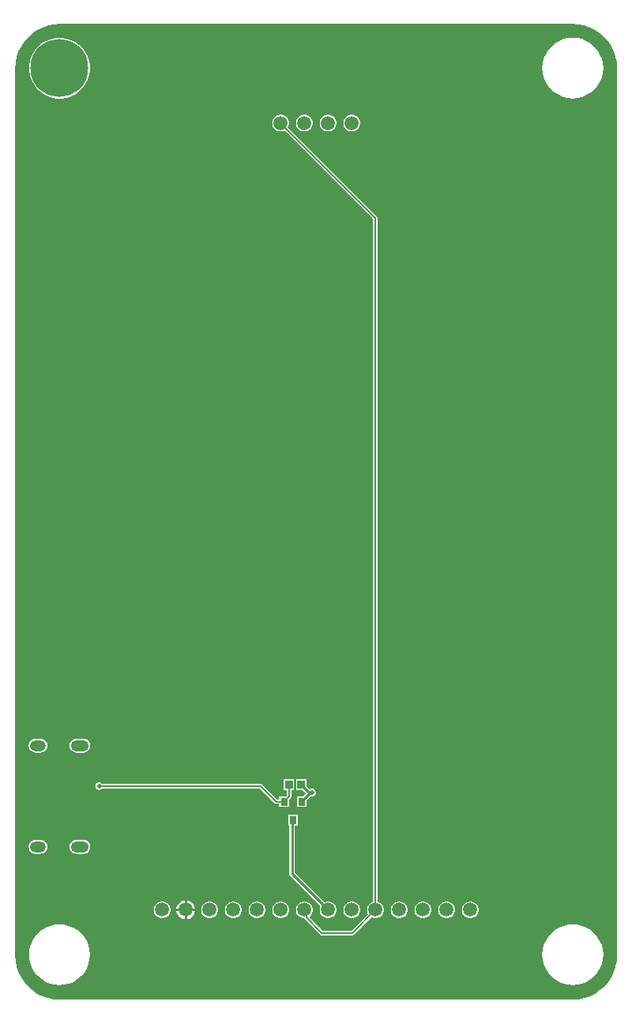
<source format=gbl>
G04*
G04 #@! TF.GenerationSoftware,Altium Limited,Altium Designer,22.11.1 (43)*
G04*
G04 Layer_Physical_Order=2*
G04 Layer_Color=16711680*
%FSLAX25Y25*%
%MOIN*%
G70*
G04*
G04 #@! TF.SameCoordinates,8BDD2EE9-0402-4EC3-B23A-748342CE0BFB*
G04*
G04*
G04 #@! TF.FilePolarity,Positive*
G04*
G01*
G75*
%ADD11C,0.01000*%
%ADD14C,0.00600*%
%ADD23R,0.03347X0.03740*%
%ADD40C,0.05906*%
%ADD41O,0.07480X0.04724*%
%ADD42O,0.06693X0.04724*%
%ADD43C,0.24410*%
%ADD44C,0.01968*%
%ADD45R,0.03150X0.03543*%
G36*
X238673Y412120D02*
X241082Y411641D01*
X243408Y410851D01*
X245612Y409765D01*
X247654Y408400D01*
X249501Y406780D01*
X251121Y404934D01*
X252485Y402891D01*
X253572Y400688D01*
X254362Y398362D01*
X254841Y395952D01*
X254999Y393530D01*
X254994Y393501D01*
Y19484D01*
X254999Y19455D01*
X254841Y17033D01*
X254362Y14624D01*
X253572Y12297D01*
X252485Y10094D01*
X251121Y8052D01*
X249501Y6205D01*
X247654Y4585D01*
X245612Y3220D01*
X243408Y2134D01*
X241082Y1344D01*
X238673Y865D01*
X236251Y706D01*
X236222Y712D01*
X19685D01*
X19656Y706D01*
X17234Y865D01*
X14824Y1344D01*
X12498Y2134D01*
X10295Y3220D01*
X8252Y4585D01*
X6406Y6205D01*
X4786Y8052D01*
X3421Y10094D01*
X2335Y12297D01*
X1545Y14624D01*
X1066Y17033D01*
X907Y19455D01*
X913Y19484D01*
Y393501D01*
X907Y393530D01*
X1066Y395952D01*
X1545Y398362D01*
X2335Y400688D01*
X3421Y402891D01*
X4786Y404934D01*
X6406Y406780D01*
X8252Y408400D01*
X10295Y409765D01*
X12498Y410851D01*
X14824Y411641D01*
X17234Y412120D01*
X19656Y412279D01*
X19685Y412273D01*
X236222D01*
X236251Y412279D01*
X238673Y412120D01*
D02*
G37*
%LPC*%
G36*
X20693Y406505D02*
X18677D01*
X16687Y406190D01*
X14770Y405567D01*
X12974Y404652D01*
X11343Y403468D01*
X9918Y402042D01*
X8733Y400412D01*
X7818Y398616D01*
X7196Y396699D01*
X6880Y394708D01*
Y392693D01*
X7196Y390702D01*
X7818Y388786D01*
X8733Y386990D01*
X9918Y385359D01*
X11343Y383934D01*
X12974Y382749D01*
X14770Y381834D01*
X16687Y381211D01*
X18677Y380896D01*
X20693D01*
X22683Y381211D01*
X24600Y381834D01*
X26396Y382749D01*
X28027Y383934D01*
X29452Y385359D01*
X30637Y386990D01*
X31552Y388786D01*
X32175Y390702D01*
X32490Y392693D01*
Y394708D01*
X32175Y396699D01*
X31552Y398616D01*
X30637Y400412D01*
X29452Y402042D01*
X28027Y403468D01*
X26396Y404652D01*
X24600Y405567D01*
X22683Y406190D01*
X20693Y406505D01*
D02*
G37*
G36*
X236221Y406545D02*
X234211Y406387D01*
X232251Y405916D01*
X230389Y405145D01*
X228671Y404092D01*
X227138Y402783D01*
X225829Y401251D01*
X224776Y399532D01*
X224005Y397670D01*
X223534Y395710D01*
X223376Y393701D01*
X223534Y391691D01*
X224005Y389732D01*
X224776Y387870D01*
X225829Y386151D01*
X227138Y384618D01*
X228671Y383310D01*
X230389Y382256D01*
X232251Y381485D01*
X234211Y381015D01*
X236221Y380856D01*
X238230Y381015D01*
X240190Y381485D01*
X242052Y382256D01*
X243770Y383310D01*
X245303Y384618D01*
X246612Y386151D01*
X247665Y387870D01*
X248436Y389732D01*
X248907Y391691D01*
X249065Y393701D01*
X248907Y395710D01*
X248436Y397670D01*
X247665Y399532D01*
X246612Y401251D01*
X245303Y402783D01*
X243770Y404092D01*
X242052Y405145D01*
X240190Y405916D01*
X238230Y406387D01*
X236221Y406545D01*
D02*
G37*
G36*
X143419Y374022D02*
X142483D01*
X141580Y373780D01*
X140770Y373312D01*
X140108Y372651D01*
X139640Y371841D01*
X139398Y370937D01*
Y370002D01*
X139640Y369098D01*
X140108Y368288D01*
X140770Y367627D01*
X141580Y367159D01*
X142483Y366917D01*
X143419D01*
X144323Y367159D01*
X145133Y367627D01*
X145794Y368288D01*
X146262Y369098D01*
X146504Y370002D01*
Y370937D01*
X146262Y371841D01*
X145794Y372651D01*
X145133Y373312D01*
X144323Y373780D01*
X143419Y374022D01*
D02*
G37*
G36*
X133419D02*
X132483D01*
X131580Y373780D01*
X130770Y373312D01*
X130108Y372651D01*
X129640Y371841D01*
X129398Y370937D01*
Y370002D01*
X129640Y369098D01*
X130108Y368288D01*
X130770Y367627D01*
X131580Y367159D01*
X132483Y366917D01*
X133419D01*
X134323Y367159D01*
X135133Y367627D01*
X135794Y368288D01*
X136262Y369098D01*
X136504Y370002D01*
Y370937D01*
X136262Y371841D01*
X135794Y372651D01*
X135133Y373312D01*
X134323Y373780D01*
X133419Y374022D01*
D02*
G37*
G36*
X123419D02*
X122483D01*
X121580Y373780D01*
X120770Y373312D01*
X120108Y372651D01*
X119641Y371841D01*
X119398Y370937D01*
Y370002D01*
X119641Y369098D01*
X120108Y368288D01*
X120770Y367627D01*
X121580Y367159D01*
X122483Y366917D01*
X123419D01*
X124322Y367159D01*
X125133Y367627D01*
X125794Y368288D01*
X126262Y369098D01*
X126504Y370002D01*
Y370937D01*
X126262Y371841D01*
X125794Y372651D01*
X125133Y373312D01*
X124322Y373780D01*
X123419Y374022D01*
D02*
G37*
G36*
X29693Y110846D02*
X26937D01*
X26164Y110744D01*
X25443Y110446D01*
X24824Y109971D01*
X24350Y109352D01*
X24051Y108632D01*
X23949Y107858D01*
X24051Y107085D01*
X24350Y106364D01*
X24824Y105746D01*
X25443Y105271D01*
X26164Y104972D01*
X26937Y104870D01*
X29693D01*
X30466Y104972D01*
X31187Y105271D01*
X31806Y105746D01*
X32280Y106364D01*
X32579Y107085D01*
X32681Y107858D01*
X32579Y108632D01*
X32280Y109352D01*
X31806Y109971D01*
X31187Y110446D01*
X30466Y110744D01*
X29693Y110846D01*
D02*
G37*
G36*
X11583D02*
X9614D01*
X8841Y110744D01*
X8120Y110446D01*
X7502Y109971D01*
X7027Y109352D01*
X6728Y108632D01*
X6626Y107858D01*
X6728Y107085D01*
X7027Y106364D01*
X7502Y105746D01*
X8120Y105271D01*
X8841Y104972D01*
X9614Y104870D01*
X11583D01*
X12356Y104972D01*
X13077Y105271D01*
X13695Y105746D01*
X14170Y106364D01*
X14469Y107085D01*
X14570Y107858D01*
X14469Y108632D01*
X14170Y109352D01*
X13695Y109971D01*
X13077Y110446D01*
X12356Y110744D01*
X11583Y110846D01*
D02*
G37*
G36*
X123816Y93870D02*
X119469D01*
Y89130D01*
X122230D01*
X123657Y87702D01*
X122425Y86470D01*
X119861D01*
Y81927D01*
X124011D01*
Y84884D01*
X125662Y86535D01*
X125947Y86417D01*
X126577D01*
X127158Y86658D01*
X127603Y87103D01*
X127845Y87685D01*
Y88315D01*
X127603Y88897D01*
X127158Y89342D01*
X126577Y89583D01*
X125947D01*
X125365Y89342D01*
X124946Y89586D01*
X123816Y90716D01*
Y93870D01*
D02*
G37*
G36*
X118698D02*
X114351D01*
Y89130D01*
X115607D01*
Y86844D01*
X115233Y86470D01*
X112381D01*
Y85116D01*
X111560D01*
X105291Y91385D01*
X104993Y91584D01*
X104642Y91654D01*
X37706D01*
X37282Y92078D01*
X36701Y92319D01*
X36071D01*
X35489Y92078D01*
X35044Y91632D01*
X34803Y91051D01*
Y90421D01*
X35044Y89839D01*
X35489Y89394D01*
X36071Y89153D01*
X36701D01*
X37282Y89394D01*
X37706Y89818D01*
X104262D01*
X110531Y83549D01*
X110829Y83350D01*
X111180Y83280D01*
X112381D01*
Y81927D01*
X116531D01*
Y85172D01*
X117173Y85815D01*
X117372Y86112D01*
X117442Y86464D01*
Y89130D01*
X118698D01*
Y93870D01*
D02*
G37*
G36*
X29693Y68129D02*
X26937D01*
X26164Y68028D01*
X25443Y67729D01*
X24824Y67254D01*
X24350Y66636D01*
X24051Y65915D01*
X23949Y65142D01*
X24051Y64368D01*
X24350Y63648D01*
X24824Y63029D01*
X25443Y62554D01*
X26164Y62256D01*
X26937Y62154D01*
X29693D01*
X30466Y62256D01*
X31187Y62554D01*
X31806Y63029D01*
X32280Y63648D01*
X32579Y64368D01*
X32681Y65142D01*
X32579Y65915D01*
X32280Y66636D01*
X31806Y67254D01*
X31187Y67729D01*
X30466Y68028D01*
X29693Y68129D01*
D02*
G37*
G36*
X11583D02*
X9614D01*
X8841Y68028D01*
X8120Y67729D01*
X7502Y67254D01*
X7027Y66636D01*
X6728Y65915D01*
X6626Y65142D01*
X6728Y64368D01*
X7027Y63648D01*
X7502Y63029D01*
X8120Y62554D01*
X8841Y62256D01*
X9614Y62154D01*
X11583D01*
X12356Y62256D01*
X13077Y62554D01*
X13695Y63029D01*
X14170Y63648D01*
X14469Y64368D01*
X14570Y65142D01*
X14469Y65915D01*
X14170Y66636D01*
X13695Y67254D01*
X13077Y67729D01*
X12356Y68028D01*
X11583Y68129D01*
D02*
G37*
G36*
X73472Y42534D02*
X73451D01*
Y39081D01*
X76904D01*
Y39101D01*
X76635Y40106D01*
X76114Y41008D01*
X75378Y41744D01*
X74477Y42264D01*
X73472Y42534D01*
D02*
G37*
G36*
X72451D02*
X72431D01*
X71425Y42264D01*
X70524Y41744D01*
X69788Y41008D01*
X69268Y40106D01*
X68998Y39101D01*
Y39081D01*
X72451D01*
Y42534D01*
D02*
G37*
G36*
X193419Y42134D02*
X192483D01*
X191580Y41892D01*
X190770Y41424D01*
X190108Y40762D01*
X189640Y39952D01*
X189398Y39049D01*
Y38113D01*
X189640Y37209D01*
X190108Y36399D01*
X190770Y35738D01*
X191580Y35270D01*
X192483Y35028D01*
X193419D01*
X194323Y35270D01*
X195133Y35738D01*
X195794Y36399D01*
X196262Y37209D01*
X196504Y38113D01*
Y39049D01*
X196262Y39952D01*
X195794Y40762D01*
X195133Y41424D01*
X194323Y41892D01*
X193419Y42134D01*
D02*
G37*
G36*
X183419D02*
X182483D01*
X181580Y41892D01*
X180770Y41424D01*
X180108Y40762D01*
X179640Y39952D01*
X179398Y39049D01*
Y38113D01*
X179640Y37209D01*
X180108Y36399D01*
X180770Y35738D01*
X181580Y35270D01*
X182483Y35028D01*
X183419D01*
X184323Y35270D01*
X185133Y35738D01*
X185794Y36399D01*
X186262Y37209D01*
X186504Y38113D01*
Y39049D01*
X186262Y39952D01*
X185794Y40762D01*
X185133Y41424D01*
X184323Y41892D01*
X183419Y42134D01*
D02*
G37*
G36*
X173419D02*
X172483D01*
X171580Y41892D01*
X170770Y41424D01*
X170108Y40762D01*
X169641Y39952D01*
X169398Y39049D01*
Y38113D01*
X169641Y37209D01*
X170108Y36399D01*
X170770Y35738D01*
X171580Y35270D01*
X172483Y35028D01*
X173419D01*
X174322Y35270D01*
X175133Y35738D01*
X175794Y36399D01*
X176262Y37209D01*
X176504Y38113D01*
Y39049D01*
X176262Y39952D01*
X175794Y40762D01*
X175133Y41424D01*
X174322Y41892D01*
X173419Y42134D01*
D02*
G37*
G36*
X163419D02*
X162483D01*
X161580Y41892D01*
X160770Y41424D01*
X160108Y40762D01*
X159641Y39952D01*
X159398Y39049D01*
Y38113D01*
X159641Y37209D01*
X160108Y36399D01*
X160770Y35738D01*
X161580Y35270D01*
X162483Y35028D01*
X163419D01*
X164322Y35270D01*
X165133Y35738D01*
X165794Y36399D01*
X166262Y37209D01*
X166504Y38113D01*
Y39049D01*
X166262Y39952D01*
X165794Y40762D01*
X165133Y41424D01*
X164322Y41892D01*
X163419Y42134D01*
D02*
G37*
G36*
X143419D02*
X142483D01*
X141580Y41892D01*
X140770Y41424D01*
X140108Y40762D01*
X139640Y39952D01*
X139398Y39049D01*
Y38113D01*
X139640Y37209D01*
X140108Y36399D01*
X140770Y35738D01*
X141580Y35270D01*
X142483Y35028D01*
X143419D01*
X144323Y35270D01*
X145133Y35738D01*
X145794Y36399D01*
X146262Y37209D01*
X146504Y38113D01*
Y39049D01*
X146262Y39952D01*
X145794Y40762D01*
X145133Y41424D01*
X144323Y41892D01*
X143419Y42134D01*
D02*
G37*
G36*
X120271Y78596D02*
X116121D01*
Y74053D01*
X116620D01*
Y72877D01*
Y53790D01*
X116620Y53790D01*
X116706Y53361D01*
X116949Y52997D01*
X129770Y40176D01*
X129640Y39952D01*
X129398Y39049D01*
Y38113D01*
X129640Y37209D01*
X130108Y36399D01*
X130770Y35738D01*
X131580Y35270D01*
X132483Y35028D01*
X133419D01*
X134323Y35270D01*
X135133Y35738D01*
X135794Y36399D01*
X136262Y37209D01*
X136504Y38113D01*
Y39049D01*
X136262Y39952D01*
X135794Y40762D01*
X135133Y41424D01*
X134323Y41892D01*
X133419Y42134D01*
X132483D01*
X131580Y41892D01*
X131356Y41762D01*
X118863Y54255D01*
Y72877D01*
Y74053D01*
X120271D01*
Y78596D01*
D02*
G37*
G36*
X113419Y42134D02*
X112483D01*
X111580Y41892D01*
X110770Y41424D01*
X110108Y40762D01*
X109641Y39952D01*
X109398Y39049D01*
Y38113D01*
X109641Y37209D01*
X110108Y36399D01*
X110770Y35738D01*
X111580Y35270D01*
X112483Y35028D01*
X113419D01*
X114322Y35270D01*
X115133Y35738D01*
X115794Y36399D01*
X116262Y37209D01*
X116504Y38113D01*
Y39049D01*
X116262Y39952D01*
X115794Y40762D01*
X115133Y41424D01*
X114322Y41892D01*
X113419Y42134D01*
D02*
G37*
G36*
X103419D02*
X102483D01*
X101580Y41892D01*
X100770Y41424D01*
X100108Y40762D01*
X99641Y39952D01*
X99398Y39049D01*
Y38113D01*
X99641Y37209D01*
X100108Y36399D01*
X100770Y35738D01*
X101580Y35270D01*
X102483Y35028D01*
X103419D01*
X104323Y35270D01*
X105133Y35738D01*
X105794Y36399D01*
X106262Y37209D01*
X106504Y38113D01*
Y39049D01*
X106262Y39952D01*
X105794Y40762D01*
X105133Y41424D01*
X104323Y41892D01*
X103419Y42134D01*
D02*
G37*
G36*
X93419D02*
X92484D01*
X91580Y41892D01*
X90770Y41424D01*
X90108Y40762D01*
X89640Y39952D01*
X89398Y39049D01*
Y38113D01*
X89640Y37209D01*
X90108Y36399D01*
X90770Y35738D01*
X91580Y35270D01*
X92484Y35028D01*
X93419D01*
X94323Y35270D01*
X95133Y35738D01*
X95794Y36399D01*
X96262Y37209D01*
X96504Y38113D01*
Y39049D01*
X96262Y39952D01*
X95794Y40762D01*
X95133Y41424D01*
X94323Y41892D01*
X93419Y42134D01*
D02*
G37*
G36*
X83419D02*
X82484D01*
X81580Y41892D01*
X80770Y41424D01*
X80108Y40762D01*
X79641Y39952D01*
X79398Y39049D01*
Y38113D01*
X79641Y37209D01*
X80108Y36399D01*
X80770Y35738D01*
X81580Y35270D01*
X82484Y35028D01*
X83419D01*
X84323Y35270D01*
X85133Y35738D01*
X85794Y36399D01*
X86262Y37209D01*
X86504Y38113D01*
Y39049D01*
X86262Y39952D01*
X85794Y40762D01*
X85133Y41424D01*
X84323Y41892D01*
X83419Y42134D01*
D02*
G37*
G36*
X63419D02*
X62484D01*
X61580Y41892D01*
X60770Y41424D01*
X60108Y40762D01*
X59641Y39952D01*
X59398Y39049D01*
Y38113D01*
X59641Y37209D01*
X60108Y36399D01*
X60770Y35738D01*
X61580Y35270D01*
X62484Y35028D01*
X63419D01*
X64323Y35270D01*
X65133Y35738D01*
X65794Y36399D01*
X66262Y37209D01*
X66504Y38113D01*
Y39049D01*
X66262Y39952D01*
X65794Y40762D01*
X65133Y41424D01*
X64323Y41892D01*
X63419Y42134D01*
D02*
G37*
G36*
X76904Y38081D02*
X73451D01*
Y34628D01*
X73472D01*
X74477Y34897D01*
X75378Y35418D01*
X76114Y36154D01*
X76635Y37055D01*
X76904Y38060D01*
Y38081D01*
D02*
G37*
G36*
X72451D02*
X68998D01*
Y38060D01*
X69268Y37055D01*
X69788Y36154D01*
X70524Y35418D01*
X71425Y34897D01*
X72431Y34628D01*
X72451D01*
Y38081D01*
D02*
G37*
G36*
X113419Y374022D02*
X112483D01*
X111580Y373780D01*
X110770Y373312D01*
X110108Y372651D01*
X109641Y371841D01*
X109398Y370937D01*
Y370002D01*
X109641Y369098D01*
X110108Y368288D01*
X110770Y367627D01*
X111580Y367159D01*
X112483Y366917D01*
X113419D01*
X114322Y367159D01*
X114729Y367394D01*
X152033Y330089D01*
Y42013D01*
X151580Y41892D01*
X150770Y41424D01*
X150108Y40762D01*
X149641Y39952D01*
X149398Y39049D01*
Y38113D01*
X149641Y37209D01*
X149875Y36803D01*
X142758Y29685D01*
X130748D01*
X125177Y35256D01*
X125267Y35873D01*
X125794Y36399D01*
X126262Y37209D01*
X126504Y38113D01*
Y39049D01*
X126262Y39952D01*
X125794Y40762D01*
X125133Y41424D01*
X124322Y41892D01*
X123419Y42134D01*
X122483D01*
X121580Y41892D01*
X120770Y41424D01*
X120108Y40762D01*
X119641Y39952D01*
X119398Y39049D01*
Y38113D01*
X119641Y37209D01*
X120108Y36399D01*
X120770Y35738D01*
X121580Y35270D01*
X122483Y35028D01*
X123005D01*
X123029Y34907D01*
X123228Y34609D01*
X129719Y28119D01*
X130017Y27920D01*
X130368Y27850D01*
X143138D01*
X143489Y27920D01*
X143787Y28119D01*
X151173Y35505D01*
X151580Y35270D01*
X152483Y35028D01*
X153419D01*
X154323Y35270D01*
X155133Y35738D01*
X155794Y36399D01*
X156262Y37209D01*
X156504Y38113D01*
Y39049D01*
X156262Y39952D01*
X155794Y40762D01*
X155133Y41424D01*
X154323Y41892D01*
X153869Y42013D01*
Y330469D01*
X153799Y330820D01*
X153600Y331118D01*
X116027Y368691D01*
X116262Y369098D01*
X116504Y370002D01*
Y370937D01*
X116262Y371841D01*
X115794Y372651D01*
X115133Y373312D01*
X114322Y373780D01*
X113419Y374022D01*
D02*
G37*
G36*
X236221Y32529D02*
X234211Y32371D01*
X232251Y31901D01*
X230389Y31129D01*
X228671Y30076D01*
X227138Y28767D01*
X225829Y27235D01*
X224776Y25516D01*
X224005Y23654D01*
X223534Y21694D01*
X223376Y19685D01*
X223534Y17676D01*
X224005Y15716D01*
X224776Y13854D01*
X225829Y12135D01*
X227138Y10603D01*
X228671Y9294D01*
X230389Y8241D01*
X232251Y7469D01*
X234211Y6999D01*
X236221Y6841D01*
X238230Y6999D01*
X240190Y7469D01*
X242052Y8241D01*
X243770Y9294D01*
X245303Y10603D01*
X246612Y12135D01*
X247665Y13854D01*
X248436Y15716D01*
X248907Y17676D01*
X249065Y19685D01*
X248907Y21694D01*
X248436Y23654D01*
X247665Y25516D01*
X246612Y27235D01*
X245303Y28767D01*
X243770Y30076D01*
X242052Y31129D01*
X240190Y31901D01*
X238230Y32371D01*
X236221Y32529D01*
D02*
G37*
G36*
X19685D02*
X17676Y32371D01*
X15716Y31901D01*
X13854Y31129D01*
X12135Y30076D01*
X10603Y28767D01*
X9294Y27235D01*
X8241Y25516D01*
X7469Y23654D01*
X6999Y21694D01*
X6841Y19685D01*
X6999Y17676D01*
X7469Y15716D01*
X8241Y13854D01*
X9294Y12135D01*
X10603Y10603D01*
X12135Y9294D01*
X13854Y8241D01*
X15716Y7469D01*
X17676Y6999D01*
X19685Y6841D01*
X21694Y6999D01*
X23654Y7469D01*
X25516Y8241D01*
X27235Y9294D01*
X28767Y10603D01*
X30076Y12135D01*
X31129Y13854D01*
X31901Y15716D01*
X32371Y17676D01*
X32529Y19685D01*
X32371Y21694D01*
X31901Y23654D01*
X31129Y25516D01*
X30076Y27235D01*
X28767Y28767D01*
X27235Y30076D01*
X25516Y31129D01*
X23654Y31901D01*
X21694Y32371D01*
X19685Y32529D01*
D02*
G37*
%LPD*%
D11*
X121642Y84492D02*
X122033D01*
X125356Y87815D01*
X126076D01*
X126262Y88000D01*
X126076Y88185D02*
X126262Y88000D01*
X124760Y88185D02*
X126076D01*
X121642Y91303D02*
X124760Y88185D01*
X121642Y91303D02*
Y91500D01*
Y84492D02*
X121936Y84198D01*
X117742Y53790D02*
Y72877D01*
Y75870D01*
X118196Y76324D01*
X117742Y53790D02*
X132951Y38581D01*
D14*
X114456Y84395D02*
X116524Y86464D01*
Y91500D01*
X114456Y84198D02*
Y84395D01*
X104642Y90736D02*
X111180Y84198D01*
X36386Y90736D02*
X104642D01*
X111180Y84198D02*
X114456D01*
X143138Y28767D02*
X152951Y38581D01*
X130368Y28767D02*
X143138D01*
X123877Y35258D02*
X130368Y28767D01*
X123877Y35258D02*
Y37655D01*
X122951Y38581D02*
X123877Y37655D01*
X152951Y38581D02*
Y330469D01*
X112951Y370469D02*
X152951Y330469D01*
D23*
X121642Y91500D02*
D03*
X116524D02*
D03*
D40*
X112951Y38581D02*
D03*
X92951D02*
D03*
X72951D02*
D03*
X102951D02*
D03*
X82951D02*
D03*
X62951D02*
D03*
X162951D02*
D03*
X192951D02*
D03*
X172951D02*
D03*
X152951D02*
D03*
X142951D02*
D03*
X182951D02*
D03*
X132951D02*
D03*
X122951D02*
D03*
X112951Y370469D02*
D03*
X122951D02*
D03*
X132951D02*
D03*
X142951D02*
D03*
D41*
X28315Y107858D02*
D03*
Y65142D02*
D03*
D42*
X10598Y107858D02*
D03*
Y65142D02*
D03*
D43*
X19685Y393701D02*
D03*
D44*
X126262Y88000D02*
D03*
X70409Y141694D02*
D03*
X62210Y140910D02*
D03*
X121739Y165919D02*
D03*
X29810Y140420D02*
D03*
X38748Y140105D02*
D03*
X121739Y173837D02*
D03*
X46571Y168022D02*
D03*
X48293Y183871D02*
D03*
X36489Y95949D02*
D03*
X44851Y402757D02*
D03*
X36386Y90736D02*
D03*
D45*
X114456Y84198D02*
D03*
X121936D02*
D03*
X118196Y76324D02*
D03*
M02*

</source>
